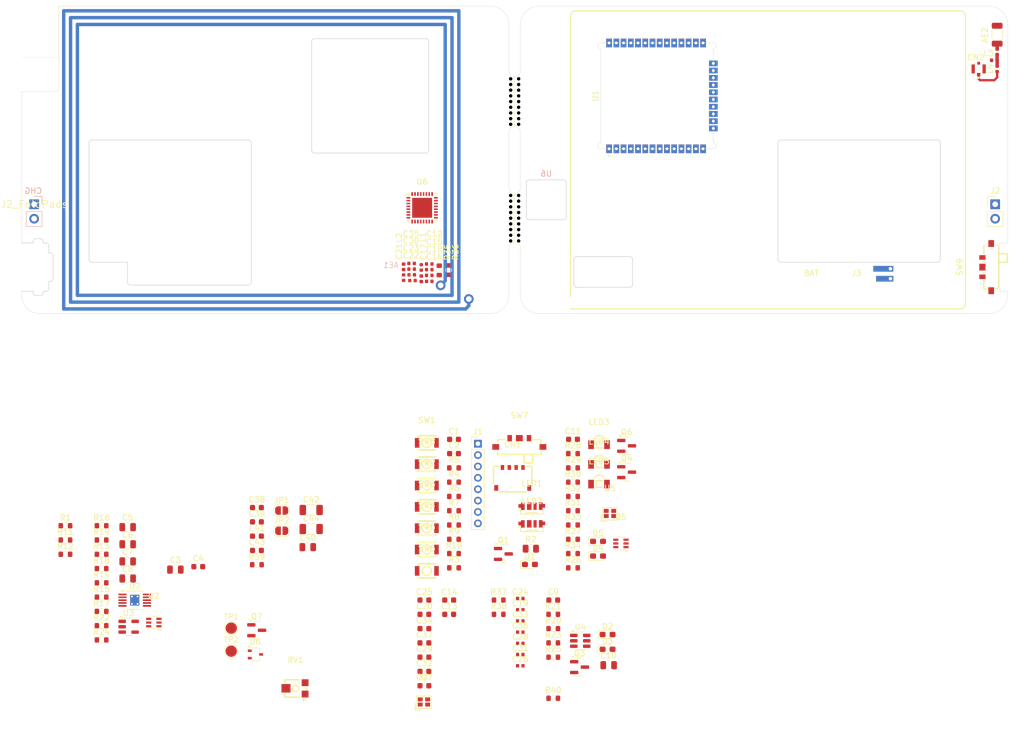
<source format=kicad_pcb>
(kicad_pcb (version 20241229) (generator "pcbnew") (generator_version "9.0")
  (layers (0 "F.Cu" signal) (2 "B.Cu" signal) (13 "F.Paste" user) (15 "B.Paste" user) (5 "F.SilkS" user "F.Silkscreen") (7 "B.SilkS" user "B.Silkscreen") (1 "F.Mask" user) (3 "B.Mask" user) (25 "Edge.Cuts" user))
  (net 0 "")
  (net 1 "/EN")
  (net 2 "VBUS")
  (net 3 "GND")
  (net 4 "VBAT")
  (net 5 "+3V3")
  (net 6 "/OLED_SD1315/C1P")
  (net 7 "/OLED_SD1315/C1N")
  (net 8 "/OLED_SD1315/C2P")
  (net 9 "/OLED_SD1315/C2N")
  (net 10 "/OLED_SD1315/VCOMH")
  (net 11 "/OLED_SD1315/VCC")
  (net 12 "Net-(AE2-FEED)")
  (net 13 "/OLED_SD1315/CS#")
  (net 14 "Net-(D4-K)")
  (net 15 "/NFC_RFID/ANT2")
  (net 16 "/NFC_RFID/ANT1")
  (net 17 "/OLED_SD1315/DC#")
  (net 18 "/Power Management/PG*")
  (net 19 "/Power Management/CHG*")
  (net 21 "Net-(LED1-GND)")
  (net 22 "Net-(D2-K)")
  (net 23 "Net-(D3-K)")
  (net 24 "/DIM_LEDS")
  (net 25 "Net-(D1-A)")
  (net 26 "Net-(U4-VIN+)")
  (net 27 "Net-(U2-ISET)")
  (net 28 "Net-(U2-PRETERM)")
  (net 29 "Net-(D2-A)")
  (net 30 "Net-(C16-Pad2)")
  (net 31 "/Power Management/ISET2")
  (net 32 "Net-(D3-A)")
  (net 33 "DIM")
  (net 34 "Net-(U3-EN)")
  (net 35 "Net-(U6-VDD_D)")
  (net 38 "Net-(C21-Pad1)")
  (net 41 "Net-(U6-VDD_A)")
  (net 42 "/RXD")
  (net 43 "Net-(U6-AGDC)")
  (net 44 "Net-(U6-VDD_AM)")
  (net 45 "Net-(U6-VDD_DR)")
  (net 46 "Net-(C45-Pad2)")
  (net 49 "Net-(C45-Pad1)")
  (net 51 "Net-(D5-K)")
  (net 52 "Net-(D5-A)")
  (net 53 "Net-(D4-A)")
  (net 55 "Net-(U1-IO0)")
  (net 56 "Net-(D6-K)")
  (net 57 "/TXD")
  (net 58 "VCC")
  (net 59 "/BRK_IO1")
  (net 60 "/BRK_IO4")
  (net 62 "/BRK_IO2")
  (net 63 "/BRK_IO3")
  (net 64 "/BRK_IO5")
  (net 65 "/BRK_IO6")
  (net 67 "/IR/LED_IN*")
  (net 68 "Net-(U2-TS)")
  (net 70 "Net-(U3-NR)")
  (net 71 "Net-(LED1-DIN)")
  (net 72 "/NFC_RFID/EXT_LM")
  (net 74 "Net-(LED1-DOUT)")
  (net 75 "/OLED_SD1315/IREF")
  (net 77 "Net-(LED4-C)")
  (net 78 "Net-(LED5-C)")
  (net 79 "Net-(Q2-G1)")
  (net 80 "/NFC_RFID/RFI2")
  (net 81 "/NFC_RFID/XTI")
  (net 82 "Net-(Q2-G2)")
  (net 83 "Net-(Q3-G)")
  (net 84 "Net-(Q3-S)")
  (net 85 "/NFC_RFID/RFO1")
  (net 86 "Net-(LED3-C)")
  (net 87 "Net-(Q7-D)")
  (net 88 "Net-(SW7-C)")
  (net 90 "/NFC_RFID/AAT_B")
  (net 91 "Net-(SW9-B)")
  (net 92 "+3.3V")
  (net 93 "/NFC_RFID/XTO")
  (net 94 "/NFC_RFID/RFO2")
  (net 95 "/NFC_RFID/RFI1")
  (net 96 "/NFC_RFID/AAT_A")
  (net 98 "Net-(R40-Pad1)")
  (net 99 "Net-(U6-CSO)")
  (net 100 "/IR_IN")
  (net 101 "Net-(Q4-G)")
  (net 102 "Net-(U6-CSI)")
  (net 103 "Net-(Q5-G2)")
  (net 104 "/IR/LED_OUT*")
  (net 105 "Net-(Q5-G1)")
  (net 107 "/BMES")
  (net 108 "/IR_OUT")
  (net 109 "/SCL")
  (net 110 "/SDA")
  (net 112 "/BTN_SEL")
  (net 113 "/BTN_ESC")
  (net 114 "/BTN_UP")
  (net 115 "/BTN_DWN")
  (net 116 "/BTN_TRG")
  (net 117 "/RGBLED_IN")
  (net 118 "/OLED_RST")
  (net 119 "/NFC_IRQ")
  (footprint "Resistor_SMD:R_0603_1608Metric" (layer "F.Cu") (at 61.1 144.3)
    (property "Reference" "R1")
    (property "Value" "10k")
  )
  (footprint "LCSC:LED-SMD_L3.2-W2.1-FD_E6QYDD1204-PRA" (layer "F.Cu") (at 154.8225 130.061644)
    (property "Reference" "LED3")
    (property "Value" "E6QYDD1204-PRA")
  )
  (footprint "Resistor_SMD:R_0603_1608Metric" (layer "F.Cu") (at 129.3475 141.665)
    (property "Reference" "R7")
    (property "Value" "10k")
  )
  (footprint "Capacitor_SMD:C_0603_1608Metric" (layer "F.Cu") (at 124.1475 162.385)
    (property "Reference" "C34")
    (property "Value" "2.2uF")
  )
  (footprint "Package_TO_SOT_SMD:SOT-23-5" (layer "F.Cu") (at 72.2 162.055)
    (property "Reference" "U3")
    (property "Value" "TPS73633DBV")
  )
  (footprint "Capacitor_SMD:C_0402_1005Metric" (layer "F.Cu") (at 120.5 100.7 -90)
    (property "Reference" "C21")
    (property "Value" "TBD")
  )
  (footprint "Resistor_SMD:R_0603_1608Metric" (layer "F.Cu") (at 150.2475 141.665)
    (property "Reference" "R31")
    (property "Value" "4k")
  )
  (footprint "Capacitor_SMD:C_0603_1608Metric" (layer "F.Cu") (at 94.7325 148.645)
    (property "Reference" "C43")
    (property "Value" "0.1uF 16V X7R")
  )
  (footprint "Resistor_SMD:R_0603_1608Metric" (layer "F.Cu") (at 137.1975 159.875)
    (property "Reference" "R38")
    (property "Value" "47k")
  )
  (footprint "Resistor_SMD:R_0805_2012Metric" (layer "F.Cu") (at 142.8375 148.335)
    (property "Reference" "R2")
    (property "Value" "500R")
  )
  (footprint "Resistor_SMD:R_0603_1608Metric" (layer "F.Cu") (at 146.7775 162.385)
    (property "Reference" "R20")
    (property "Value" "1k")
  )
  (footprint "TestPoint:TestPoint_Pad_D2.0mm" (layer "F.Cu") (at 90.2225 162.3)
    (property "Reference" "TP1")
    (property "Value" "CSO")
  )
  (footprint "Capacitor_SMD:C_1206_3216Metric" (layer "F.Cu") (at 104.2625 144.885)
    (property "Reference" "C44")
    (property "Value" "4.7uF 16V X7R")
  )
  (footprint "LCSC:IPEX-SMD_4P-L1.8-W1.7-LS2.0-1" (layer "F.Cu") (at 221.5 64)
    (property "Reference" "CN2")
    (property "Value" "CONMHF4-SMD-G-T")
  )
  (footprint "Package_TO_SOT_SMD:SOT-23-6" (layer "F.Cu") (at 151.5275 164.53)
    (property "Reference" "U4")
    (property "Value" "ADS1110")
  )
  (footprint "Capacitor_SMD:C_0805_2012Metric" (layer "F.Cu") (at 156.5075 168.815)
    (property "Reference" "C10")
    (property "Value" "1uF")
  )
  (footprint "Capacitor_SMD:C_0603_1608Metric" (layer "F.Cu") (at 129.3475 131.625)
    (property "Reference" "C2")
    (property "Value" "2.2uF")
  )
  (footprint "Jumper:SolderJumper-2_P1.3mm_Open_RoundedPad1.0x1.5mm" (layer "F.Cu") (at 99.0825 141.635)
    (property "Reference" "JP1")
    (property "Value" "SA_0x7A")
  )
  (footprint "Capacitor_SMD:C_0805_2012Metric" (layer "F.Cu") (at 72.03 150.57)
    (property "Reference" "C7")
    (property "Value" "1uF")
  )
  (footprint "Capacitor_SMD:C_0402_1005Metric" (layer "F.Cu") (at 121.92 100.2)
    (property "Reference" "C23")
    (property "Value" "TBD")
  )
  (footprint "Capacitor_SMD:C_0603_1608Metric" (layer "F.Cu") (at 124.1475 157.365)
    (property "Reference" "C25")
    (property "Value" "2.2uF")
  )
  (footprint "Capacitor_SMD:C_0402_1005Metric" (layer "F.Cu") (at 125 99.3)
    (property "Reference" "C15")
    (property "Value" "TBD")
  )
  (footprint "Capacitor_SMD:C_0603_1608Metric" (layer "F.Cu") (at 129.3475 129.115)
    (property "Reference" "C1")
    (property "Value" "2.2uF")
  )
  (footprint "Capacitor_SMD:C_0603_1608Metric" (layer "F.Cu") (at 124.1475 172.425)
    (property "Reference" "C27")
    (property "Value" "2.2uF")
  )
  (footprint "Inductor_SMD:L_1206_3216Metric" (layer "F.Cu") (at 224.75 58 90)
    (property "Reference" "AE2")
    (property "Value" "2450AT18A100E")
  )
  (footprint "Resistor_SMD:R_0603_1608Metric" (layer "F.Cu") (at 129.3475 136.645)
    (property "Reference" "R4")
    (property "Value" "10k")
  )
  (footprint "Resistor_SMD:R_0603_1608Metric" (layer "F.Cu") (at 67.45 151.83)
    (property "Reference" "R18")
    (property "Value" "2k")
  )
  (footprint "Capacitor_SMD:C_0603_1608Metric" (layer "F.Cu") (at 128.4975 159.875)
    (property "Reference" "C13")
    (property "Value" "6pF")
  )
  (footprint "LCSC:CRYSTAL-SMD_4P-L2.0-W1.6-BL-B" (layer "F.Cu") (at 124.0675 175.275)
    (property "Reference" "X1")
    (property "Value" "XRCGB27M120F3M00R0")
  )
  (footprint "LCSC:KEY-SMD_B3U-1000PM" (layer "F.Cu") (at 124.5725 137.235)
    (property "Reference" "SW2")
    (property "Value" "SEL")
  )
  (footprint "Capacitor_SMD:C_0603_1608Metric" (layer "F.Cu") (at 124.1475 169.915)
    (property "Reference" "C32")
    (property "Value" "2.2uF")
  )
  (footprint "Capacitor_SMD:C_0603_1608Metric" (layer "F.Cu") (at 94.7325 146.135)
    (property "Reference" "C41")
    (property "Value" "0.1uF")
  )
  (footprint "LCSC:SW-SMD_SSAL120100" (layer "F.Cu") (at 222.93 98.85 90)
    (property "Reference" "SW9")
    (property "Value" "POW")
    (fp_line (start -3.75 2.13) (end 3.75 2.13) (stroke (width 0.05)) (layer "Edge.Cuts"))
    (fp_line (start 4.25 2.63) (end 4.25 3.63) (stroke (width 0.05)) (layer "Edge.Cuts"))
    (fp_line (start -4.25 2.63) (end -4.25 3.63) (stroke (width 0.05)) (layer "Edge.Cuts"))
    (fp_arc (start 3.75 2.13) (mid 4.103553 2.276447) (end 4.25 2.63) (stroke (width 0.05)) (layer "Edge.Cuts"))
    (fp_arc (start -4.25 2.63) (mid -4.103553 2.276447) (end -3.75 2.13) (stroke (width 0.05)) (layer "Edge.Cuts"))
  )
  (footprint "Capacitor_SMD:C_0603_1608Metric" (layer "F.Cu") (at 124.1475 164.895)
    (property "Reference" "C37")
    (property "Value" "2.2uF")
  )
  (footprint "LCSC:KEY-SMD_B3U-1000PM" (layer "F.Cu") (at 124.5725 129.735)
    (property "Reference" "SW1")
    (property "Value" "BOOT")
  )
  (footprint "Capacitor_SMD:C_0402_1005Metric" (layer "F.Cu") (at 125 98.3 180)
    (property "Reference" "C12")
    (property "Value" "TBD")
  )
  (footprint "Capacitor_SMD:C_0603_1608Metric" (layer "F.Cu") (at 94.7325 143.625)
    (property "Reference" "C39")
    (property "Value" "1uF 16V X7R")
  )
  (footprint "Inductor_SMD:L_0402_1005Metric" (layer "F.Cu") (at 120.5 98.8 -90)
    (property "Reference" "L2")
    (property "Value" "TBD")
  )
  (footprint "Capacitor_SMD:C_0402_1005Metric" (layer "F.Cu") (at 140.9875 164.975)
    (property "Reference" "C28")
    (property "Value" "1nF")
  )
  (footprint "Capacitor_SMD:C_0805_2012Metric" (layer "F.Cu") (at 72.03 144.55)
    (property "Reference" "C5")
    (property "Value" "1uF")
  )
  (footprint "Resistor_SMD:R_0603_1608Metric" (layer "F.Cu") (at 67.45 159.36)
    (property "Reference" "R17")
    (property "Value" "10k")
  )
  (footprint "Resistor_SMD:R_0603_1608Metric" (layer "F.Cu") (at 67.45 164.38)
    (property "Reference" "R24")
    (property "Value" "10k")
  )
  (footprint "Diode_SMD:D_0603_1608Metric_Pad1.05x0.95mm_HandSolder" (layer "F.Cu") (at 156.3225 163.425)
    (property "Reference" "D2")
    (property "Value" "CHG")
  )
  (footprint "Resistor_SMD:R_0603_1608Metric" (layer "F.Cu") (at 67.45 149.32)
    (property "Reference" "R13")
    (property "Value" "4k")
  )
  (footprint "Diode_SMD:D_0603_1608Metric_Pad1.05x0.95mm_HandSolder" (layer "F.Cu") (at 154.6425 149.635)
    (property "Reference" "D4")
    (property "Value" "IR-I")
  )
  (footprint "Capacitor_SMD:C_0805_2012Metric" (layer "F.Cu") (at 80.4075 152.015)
    (property "Reference" "C3")
    (property "Value" "1uF")
  )
  (footprint "Capacitor_SMD:C_0402_1005Metric" (layer "F.Cu") (at 140.9875 161.035)
    (property "Reference" "C33")
    (property "Value" "1nF")
  )
  (footprint "Resistor_SMD:R_0603_1608Metric" (layer "F.Cu") (at 150.2475 144.175)
    (property "Reference" "R33")
    (property "Value" "10k")
  )
  (footprint "LCSC:LED-SMD_4P-L4.0-W1.6-L" (layer "F.Cu") (at 143.0125 143.975)
    (property "Reference" "LED2")
    (property "Value" "SK6812SIDE-A-RVS")
  )
  (footprint "MouseBites:Bites_2mm_2x9_0.6" (layer "F.Cu") (at 140 90.25)
    (property "Reference" "REF**" (hide yes))
    (property "Value" "Bites_2mm_2x9_0.6")
    (fp_arc (start -1 5.3) (mid 0 4.3) (end 1 5.3) (stroke (width 0.05)) (layer "Edge.Cuts"))
    (fp_arc (start 1 -5.3) (mid 0 -4.3) (end -1 -5.3) (stroke (width 0.05)) (layer "Edge.Cuts"))
  )
  (footprint "Diode_SMD:D_0603_1608Metric_Pad1.05x0.95mm_HandSolder" (layer "F.Cu") (at 156.3225 166.015)
    (property "Reference" "D3")
    (property "Value" "POW")
  )
  (footprint "Resistor_SMD:R_0603_1608Metric" (layer "F.Cu") (at 67.45 154.34)
    (property "Reference" "R14")
    (property "Value" "4k")
  )
  (footprint "Capacitor_SMD:C_0603_1608Metric" (layer "F.Cu") (at 124.1475 167.405)
    (property "Reference" "C29")
    (property "Value" "2.2uF")
  )
  (footprint "Resistor_SMD:R_0603_1608Metric" (layer "F.Cu") (at 126.75 99.425 90)
    (property "Reference" "R35")
    (property "Value" "TBD")
  )
  (footprint "Capacitor_SMD:C_0402_1005Metric" (layer "F.Cu") (at 121.9 98.2 180)
    (property "Reference" "C35")
    (property "Value" "TBD")
  )
  (footprint "Resistor_SMD:R_0603_1608Metric" (layer "F.Cu") (at 150.2475 131.625)
    (property "Reference" "R28")
    (property "Value" "160R")
  )
  (footprint "Resistor_SMD:R_0603_1608Metric" (layer "F.Cu") (at 129.3475 144.175)
    (property "Reference" "R8")
    (property "Value" "10k")
  )
  (footprint "LCSC:KEY-SMD_B3U-1000PM" (layer "F.Cu") (at 124.5725 148.485)
    (property "Reference" "SW5")
    (property "Value" "DWN")
  )
  (footprint "Resistor_SMD:R_0603_1608Metric" (layer "F.Cu") (at 146.7775 164.895)
    (property "Reference" "R23")
    (property "Value" "10k")
  )
  (footprint "Resistor_SMD:R_0603_1608Metric" (layer "F.Cu") (at 129.3475 149.195)
    (property "Reference" "R10")
    (property "Value" "10k")
  )
  (footprint "Resistor_SMD:R_0603_1608Metric" (layer "F.Cu") (at 150.2475 146.685)
    (property "Reference" "R27")
    (property "Value" "4k")
  )
  (footprint "Capacitor_SMD:C_1206_3216Metric" (layer "F.Cu") (at 104.2625 141.535)
    (property "Reference" "C42")
    (property "Value" "4.7uF")
  )
  (footprint "LCSC:KEY-SMD_B3U-1000PM" (layer "F.Cu") (at 124.5725 144.735)
    (property "Reference" "SW4")
    (property "Value" "UP")
  )
  (footprint "Connector_PinHeader_2.54mm:PinHeader_1x02_P2.54mm_Vertical" (layer "F.Cu") (at 224.4 87.8)
    (property "Reference" "J2")
    (property "Value" "CHG")
  )
  (footprint "Capacitor_SMD:C_0402_1005Metric" (layer "F.Cu") (at 122.0575 101.21 180)
    (property "Reference" "C22")
    (property "Value" "TBD")
  )
  (footprint "LCSC:LED-SMD_4P-L4.0-W1.6-L" (layer "F.Cu") (at 143.0125 140.88)
    (property "Reference" "LED1")
    (property "Value" "SK6812SIDE-A-RVS")
  )
  (footprint "LCSC:SOT-363_L2.0-W1.3-P0.65-LS2.1-BR" (layer "F.Cu") (at 76.625 161.32)
    (property "Reference" "Q2")
    (property "Value" "BSS138PS,115")
  )
  (footprint "Resistor_SMD:R_0603_1608Metric" (layer "F.Cu") (at 150.2475 151.705)
    (property "Reference" "R26")
    (property "Value" "10k")
  )
  (footprint "Resistor_SMD:R_0603_1608Metric" (layer "F.Cu") (at 67.45 144.3)
    (property "Reference" "R16")
    (property "Value" "4k")
  )
  (footprint "Package_TO_SOT_SMD:SOT-323_SC-70" (layer "F.Cu") (at 94.4725 166.925)
    (property "Reference" "D6")
    (property "Value" "BAV70W")
  )
  (footprint "Resistor_SMD:R_0603_1608Metric" (layer "F.Cu") (at 61.1 149.32)
    (property "Reference" "R12")
    (property "Value" "47k")
  )
  (footprint "Package_SO:HVSSOP-10-1EP_3x3mm_P0.5mm_EP1.57x1.88mm_ThermalVias" (layer "F.Cu") (at 73.27 157.385)
    (property "Reference" "U2")
    (property "Value" "BQ24090DGQ")
  )
  (footprint "Foldable:VFQFPN-32_L5.0-W5.0-P0.50-TL-EP3.5_Foldable" (layer "F.Cu") (at 123.75 88.42)
    (property "Reference" "U6")
    (property "Value" "ST25R3916-AQWT")
  )
  (footprint "LCSC:KEY-SMD_B3U-1000PM" (layer "F.Cu") (at 124.5725 133.485)
    (property "Reference" "SW8")
    (property "Value" "RST")
  )
  (footprint "Package_TO_SOT_SMD:SOT-23" (layer "F.Cu") (at 151.3975 169.15)
    (property "Reference" "Q3")
    (property "Value" "2N7002")
  )
  (footprint "Diode_SMD:D_0603_1608Metric_Pad1.05x0.95mm_HandSolder" (layer "F.Cu") (at 154.6425 147.045)
    (property "Reference" "D5")
    (property "Value" "IR-O")
  )
  (footprint "Resistor_SMD:R_0603_1608Metric" (layer "F.Cu") (at 67.45 146.81)
    (property "Reference" "R19")
    (property "Value" "2k")
  )
  (footprint "LCSC:RES-ADJ-SMD_3P-L3.8-W3.7_VGF39NCHXT" (layer "F.Cu") (at 101.5175 172.89)
    (property "Reference" "RV1")
    (property "Value" "VGF39NCHXT-B504")
  )
  (footprint "Capacitor_SMD:C_0402_1005Metric" (layer "F.Cu") (at 125 100.3)
    (property "Reference" "C18")
    (property "Value" "TBD")
  )
  (footprint "Jumper:SolderJumper-2_P1.3mm_Open_RoundedPad1.0x1.5mm" (layer "F.Cu") (at 99.0825 145.185)
    (property "Reference" "JP2")
    (property "Value" "SA_0x78")
  )
  (footprint "Capacitor_SMD:C_0603_1608Metric" (layer "F.Cu") (at 124.1475 159.875)
    (property "Reference" "C20")
    (property "Value" "2.2uF")
  )
  (footprint "TestPoint:TestPoint_Pad_D2.0mm" (layer "F.Cu") (at 90.2225 166.35)
    (property "Reference" "TP2")
    (property "Value" "CS1")
  )
  (footprint "Resistor_SMD:R_0603_1608Metric" (layer "F.Cu") (at 61.1 146.81)
    (property "Reference" "R11")
    (property "Value" "10k")
  )
  (footprint "Capacitor_SMD:C_0402_1005Metric" (layer "F.Cu") (at 140.9875 166.945)
    (property "Reference" "C31")
    (property "Value" "1nF")
  )
  (footprint "LCSC:KEY-SMD_B3U-1000PM" (layer "F.Cu") (at 124.5725 140.985)
    (property "Reference" "SW3")
    (property "Value" "ESC")
  )
  (footprint "Capacitor_SMD:C_0402_1005Metric" (layer "F.Cu") (at 140.9875 163.005)
    (property "Reference" "C36")
    (property "Value" "1nF")
  )
  (footprint "Capacitor_SMD:C_0402_1005Metric" (layer "F.Cu") (at 140.9875 157.095)
    (property "Reference" "C24")
    (property "Value" "1nF")
  )
  (footprint "Capacitor_SMD:C_0603_1608Metric" (layer "F.Cu") (at 84.4275 151.495)
    (property "Reference" "C4")
    (property "Value" "0.1uF")
  )
  (footprint "Capacitor_SMD:C_0805_2012Metric" (layer "F.Cu") (at 72.03 147.56)
    (property "Reference" "C6")
    (property "Value" "1uF")
  )
  (footprint "Resistor_SMD:R_0603_1608Metric" (layer "F.Cu") (at 137.1975 157.365)
    (property "Reference" "R37")
    (property "Value" "100R")
  )
  (footprint "LCSC:LED-SMD_L3.2-W2.1-FD_E6QYDD1204-PRA" (layer "F.Cu") (at 154.8225 133.523288)
    (property "Reference" "LED4")
    (property "Value" "E6QYDD1204-PRA")
  )
  (footprint "Resistor_SMD:R_0603_1608Metric" (layer "F.Cu") (at 146.7775 159.875)
    (property "Reference" "R21")
    (property "Value" "10k")
  )
  (footprint "MouseBites:Bites_2mm_2x9_0.6" (layer "F.Cu") (at 140 69.75)
    (property "Reference" "REF**" (hide yes))
    (property "Value" "Bites_2mm_2x9_0.6")
    (fp_arc (start -1 5.3) (mid 0 4.3) (end 1 5.3) (stroke (width 0.05)) (layer "Edge.Cuts"))
    (fp_arc (start 1 -5.3) (mid 0 -4.3) (end -1 -5.3) (stroke (width 0.05)) (layer "Edge.Cuts"))
  )
  (footprint "Inductor_SMD:L_0402_1005Metric" (layer "F.Cu") (at 224.25 62.5 180)
    (property "Reference" "L4")
    (property "Value" "TBD")
  )
  (footprint "LCSC:SOT-363_L2.0-W1.3-P0.65-LS2.1-BR" (layer "F.Cu") (at 158.6625 147.415)
    (property "Reference" "Q5")
    (property "Value" "BSS138PS,115")
  )
  (footprint "LCSC:CRYSTAL-SMD_4P-L2.0-W1.6-BL-B" (layer "F.Cu") (at 156.7375 142.15)
    (property "Reference" "U5")
    (property "Value" "DYWH-IRM-H238T/2T")
  )
  (footprint "Resistor_SMD:R_0603_1608Metric" (layer "F.Cu") (at 94.7325 151.155)
    (property "Reference" "R39")
    (property "Value" "10k")
  )
  (footprint "Capacitor_SMD:C_0603_1608Metric" (layer "F.Cu") (at 94.7325 141.115)
    (property "Reference" "C38")
    (property "Value" "1uF 16V X7R")
  )
  (footprint "Capacitor_SMD:C_0805_2012Metric" (layer "F.Cu") (at 103.6625 148.065)
    (property "Reference" "C40")
    (property "Value" "2.2uF 16V X7R")
  )
  (footprint "Resistor_SMD:R_0603_1608Metric" (layer "F.Cu") (at 67.45 161.87)
    (property "Reference" "R22")
    (property "Value" "10k")
  )
  (footprint "Diode_SMD:D_0603_1608Metric_Pad1.05x0.95mm_HandSolder" (layer "F.Cu") (at 142.6825 151.105)
    (property "Reference" "D1")
    (property "Value" "DIM")
  )
  (footprint "LCSC:SW-SMD_SSAL120100" (layer "F.Cu") (at 140.8225 129.68)
    (property "Reference" "SW7")
    (property "Value" "DIM")
  )
  (footprint "Capacitor_SMD:C_0402_1005Metric" (layer "F.Cu") (at 224.75 64 -90)
    (property "Reference" "C45" (hide yes))
    (property "Value" "TBD")
  )
  (footprint "Resistor_SMD:R_0603_1608Metric" (layer "F.Cu") (at 67.45 156.85)
    (property "Reference" "R15")
    (property "Value" "10k")
  )
  (footprint "Package_TO_SOT_SMD:SOT-23" (layer "F.Cu") (at 94.6925 162.675)
    (property "Reference" "Q7")
    (property "Value" "2N7002")
  )
  (footprint "Foldable:ESP32-WROOM-32UE" (layer "F.Cu") (at 165 68.75 90)
    (property "Reference" "U1")
    (property "Value" "ESP32-WROOM-32UE")
    (fp_line (start 9.3 -9.9) (end 9.3 9.9) (stroke (width 0.05)) (layer "Edge.Cuts"))
    (fp_line (start -8.3 -9.9) (end 8.3 -9.9) (stroke (width 0.05)) (layer "Edge.Cuts"))
    (fp_line (start -9.3 -9.9) (end -9.3 9.9) (stroke (width 0.05)) (layer "Edge.Cuts"))
    (fp_line (start 8.3 9.9) (end -8.3 9.9) (stroke (width 0.05)) (layer "Edge.Cuts"))
    (fp_arc (start 8.3 -9.9) (mid 8.8 -10.4) (end 9.3 -9.9) (stroke (width 0.05)) (layer "Edge.Cuts"))
    (fp_arc (start -9.3 -9.9) (mid -8.8 -10.4) (end -8.3 -9.9) (stroke (width 0.05)) (layer "Edge.Cuts"))
    (fp_arc (start 9.3 9.9) (mid 8.8 10.4) (end 8.3 9.9) (stroke (width 0.05)) (layer "Edge.Cuts"))
    (fp_arc (start -8.3 9.9) (mid -8.8 10.4) (end -9.3 9.9) (stroke (width 0.05)) (layer "Edge.Cuts"))
  )
  (footprint "Resistor_SMD:R_0603_1608Metric" (layer "F.Cu") (at 146.7775 174.625)
    (property "Reference" "R40")
    (property "Value" "360k")
  )
  (footprint "Resistor_SMD:R_0603_1608Metric" (layer "F.Cu") (at 150.2475 134.135)
    (property "Reference" "R29")
    (property "Value" "160R")
  )
  (footprint "Resistor_SMD:R_0603_1608Metric" (layer "F.Cu") (at 150.2475 149.195)
    (property "Reference" "R34")
    (property "Value" "10k")
  )
  (footprint "Resistor_SMD:R_0603_1608Metric" (layer "F.Cu") (at 129.3475 146.685)
    (property "Reference" "R9")
    (property "Value" "10k")
  )
  (footprint "Resistor_SMD:R_0603_1608Metric" (layer "F.Cu") (at 150.2475 139.155)
    (property "Reference" "R32")
    (property "Value" "10k")
  )
  (footprint "LCSC:LED-SMD_L3.2-W2.1-FD_E6QYDD1204-PRA" (layer "F.Cu") (at 154.8225 136.984932)
    (property "Reference" "LED5")
    (property "Value" "E6QYDD1204-PRA")
  )
  (footprint "Capacitor_SMD:C_0805_2012Metric" (layer "F.Cu") (at 72.03 153.58)
    (property "Reference" "C8")
    (property "Value" "10uF")
  )
  (footprint "Resistor_SMD:R_0603_1608Metric" (layer "F.Cu") (at 129.3475 134.135)
    (property "Reference" "R5")
    (property "Value" "10k")
  )
  (footprint "Capacitor_SMD:C_0402_1005Metric" (layer "F.Cu") (at 125 101.35 180)
    (property "Reference" "C16")
    (property "Value" "TBD")
  )
  (footprint "Connector_PinHeader_2.00mm:PinHeader_1x08_P2.00mm_Vertical" (layer "F.Cu") (at 133.5475 129.885)
    (property "Reference" "J1")
    (property "Value" "Conn_01x08")
  )
  (footprint "Resistor_SMD:R_0603_1608Metric" (layer "F.Cu") (at 150.2475 136.645)
    (property "Reference" "R30")
    (property "Value" "160R")
  )
  (footprint "LCSC:KEY-SMD_B3U-1000PM" (layer "F.Cu") (at 124.5725 152.235)
    (property "Reference" "SW6")
    (property "Value" "TRG")
  )
  (footprint "Capacitor_SMD:C_0402_1005Metric" (layer "F.Cu") (at 140.9875 159.065)
    (property "Reference" "C19")
    (property "Value" "1nF")
  )
  (footprint "Package_TO_SOT_SMD:SOT-23" (layer "F.Cu") (at 138.0175 149.26)
    (property "Reference" "Q1")
    (property "Value" "2N7002")
  )
  (footprint "Capacitor_SMD:C_0603_1608Metric" (layer "F.Cu") (at 150.2475 129.115)
    (property "Reference" "C11")
    (property "Value" "2.2uF")
  )
  (footprint "Inductor_SMD:L_0402_1005Metric" (layer "F.Cu") (at 123.6 100.9 -90)
    (property "Reference" "L1")
    (property "Value" "TBD")
  )
  (footprint "Foldable:LiPo_302025" (layer "F.Cu") (at 187 87.25 180)
    (property "Reference" "J3")
    (property "Value" "BAT")
    (fp_line (start 0.75 -10.25) (end 0.75 10.25) (stroke (width 0.1)) (layer "Edge.Cuts"))
    (fp_line (start 0.25 10.75) (end -27.25 10.75) (stroke (width 0.1)) (layer "Edge.Cuts"))
    (fp_line (start -27.25 -10.75) (end 0.25 -10.75) (stroke (width 0.1)) (layer "Edge.Cuts"))
    (fp_line (start -27.75 10.25) (end -27.75 -10.25) (stroke (width 0.1)) (layer "Edge.Cuts"))
    (fp_arc (start 0.75 10.25) (mid 0.603553 10.603553) (end 0.25 10.75) (stroke (width 0.1)) (layer "Edge.Cuts"))
    (fp_arc (start 0.25 -10.75) (mid 0.603553 -10.603553) (end 0.75 -10.25) (stroke (width 0.1)) (layer "Edge.Cuts"))
    (fp_arc (start -27.25 10.75) (mid -27.603553 10.603553) (end -27.75 10.25) (stroke (width 0.1)) (layer "Edge.Cuts"))
    (fp_arc (start -27.75 -10.25) (mid -27.603553 -10.603553) (end -27.25 -10.75) (stroke (width 0.1)) (layer "Edge.Cuts"))
  )
  (footprint "Capacitor_SMD:C_0603_1608Metric" (layer "F.Cu") (at 146.7775 157.365)
    (property "Reference" "C9")
    (property "Value" "10nF")
  )
  (footprint "Capacitor_SMD:C_0402_1005Metric" (layer "F.Cu") (at 140.9875 168.915)
    (property "Reference" "C26")
    (property "Value" "1nF")
  )
  (footprint "Inductor_SMD:L_0402_1005Metric" (layer "F.Cu") (at 224.75 61 90)
    (property "Reference" "L3")
    (property "Value" "TBD")
  )
  (footprint "Package_TO_SOT_SMD:SOT-23" (layer "F.Cu") (at 159.6675 134.885)
    (property "Reference" "Q4")
    (property "Value" "2N7002")
  )
  (footprint "Capacitor_SMD:C_0402_1005Metric" (layer "F.Cu") (at 123.6 98.9 -90)
    (property "Reference" "C17")
    (property "Value" "TBD")
  )
  (footprint "Resistor_SMD:R_0603_1608Metric" (layer "F.Cu") (at 129.3475 151.705)
    (property "Reference" "R3")
    (property "Value" "47k")
  )
  (footprint "Capacitor_SMD:C_0402_1005Metric" (layer "F.Cu") (at 121.9 99.2)
    (property "Reference" "C30")
    (property "Value" "TBD")
  )
  (footprint "Resistor_SMD:R_0603_1608Metric" (layer "F.Cu") (at 129.3475 139.155)
    (property "Reference" "R6")
    (property "Value" "10k")
  )
  (footprint "Package_TO_SOT_SMD:SOT-23" (layer "F.Cu") (at 159.6675 130.26)
    (property "Reference" "Q6")
    (property "Value" "2N7002")
  )
  (footprint "LCSC:CONN-SMD_4P-P1.20_HCTL_HC-1.2-4PWT" (layer "F.Cu") (at 139.6625 135.86)
    (property "Reference" "CN1")
    (property "Value" "HC-1.2-4PWT")
  )
  (footprint "Resistor_SMD:R_0603_1608Metric" (layer "F.Cu") (at 128.4 99.375 -90)
    (property "Reference" "R36")
    (property "Value" "TBD")
  )
  (footprint "Resistor_SMD:R_0603_1608Metric" (layer "F.Cu") (at 146.7775 167.405)
    (property "Reference" "R25")
    (property "Value" "33k")
  )
  (footprint "Capacitor_SMD:C_0603_1608Metric" (layer "F.Cu") (at 128.4975 157.365)
    (property "Reference" "C14")
    (property "Value" "6pF")
  )
  (footprint "PCBAntenna:NFC_14MHz" (layer "B.Cu") (at 95.5 80 180)
    (property "Reference" "AE1")
    (property "Value" "ATN_RFID")
  )
  (footprint "" (layer "F.SilkS") (at 55.6 87.8)
    (property "Reference" "J2_FoldPads")
    (property "Value" "")
  )
  (gr_arc (start 218.2 53.8) (mid 218.907107 54.092893) (end 219.2 54.8) (stroke (width 0.2)) (layer "F.SilkS"))
  (gr_line (start 149.8 106.2) (end 218.2 106.2) (stroke (width 0.2)) (layer "F.SilkS"))
  (gr_arc (start 149.8 54.8) (mid 150.092893 54.092893) (end 150.8 53.8) (stroke (width 0.2)) (layer "F.SilkS"))
  (gr_arc (start 219.2 105.2) (mid 218.907107 105.907107) (end 218.2 106.2) (stroke (width 0.2)) (layer "F.SilkS"))
  (gr_line (start 149.8 54.8) (end 149.8 104) (stroke (width 0.2)) (layer "F.SilkS"))
  (gr_line (start 59.9 53.025) (end 59.9 62) (stroke (width 0.05)) (layer "F.SilkS"))
  (gr_line (start 59.9 62) (end 53.4 62) (stroke (width 0.05)) (layer "F.SilkS"))
  (gr_line (start 218.2 53.8) (end 150.8 53.8) (stroke (width 0.2)) (layer "F.SilkS"))
  (gr_line (start 219.2 105.2) (end 219.2 54.8) (stroke (width 0.2)) (layer "F.SilkS"))
  (gr_line (start 140 86) (end 140 94.5) (stroke (width 0.1) (type dash_dot)) (layer "F.SilkS"))
  (gr_line (start 140 65.5) (end 140 74) (stroke (width 0.1) (type dash_dot)) (layer "F.SilkS"))
  (gr_line (start 56.98 86.42) (end 55.6 86.42) (stroke (width 0.12)) (layer "B.SilkS"))
  (gr_rect (start 56.98 89.07) (end 54.22 91.72) (stroke (width 0.1)) (fill no) (layer "B.SilkS"))
  (gr_line (start 56.98 87.8) (end 56.98 86.42) (stroke (width 0.12)) (layer "B.SilkS"))
  (gr_line (start 223.425 106.99) (end 144.175 106.99) (stroke (width 0.05)) (layer "Edge.Cuts"))
  (gr_arc (start 149.05 90.02) (mid 148.903553 90.373553) (end 148.55 90.52) (stroke (width 0.1)) (layer "Edge.Cuts"))
  (gr_line (start 59.4 68) (end 53.4 68) (stroke (width 0.05)) (layer "Edge.Cuts"))
  (gr_arc (start 223.425 53.01) (mid 225.670064 53.939936) (end 226.6 56.185) (stroke (width 0.05)) (layer "Edge.Cuts"))
  (gr_line (start 72 98) (end 72 101.499999) (stroke (width 0.1)) (layer "Edge.Cuts"))
  (gr_arc (start 124.9 78.3) (mid 124.753553 78.653553) (end 124.4 78.8) (stroke (width 0.1)) (layer "Edge.Cuts"))
  (gr_line (start 55.94 103.85) (end 56.69 103.85) (stroke (width 0.1)) (layer "Edge.Cuts"))
  (gr_arc (start 150.9 102.4) (mid 150.546447 102.253553) (end 150.4 101.9) (stroke (width 0.1)) (layer "Edge.Cuts"))
  (gr_line (start 139 84.95) (end 139 75.05) (stroke (width 0.05)) (layer "Edge.Cuts"))
  (gr_arc (start 124.4 58.7) (mid 124.753553 58.846447) (end 124.9 59.2) (stroke (width 0.1)) (layer "Edge.Cuts"))
  (gr_arc (start 56.575 106.99) (mid 54.329936 106.060064) (end 53.4 103.815) (stroke (width 0.05)) (layer "Edge.Cuts"))
  (gr_line (start 55.44 103.1) (end 55.44 103.35) (stroke (width 0.1)) (layer "Edge.Cuts"))
  (gr_line (start 53.44 94.6) (end 53.4 94.6) (stroke (width 0.05)) (layer "Edge.Cuts"))
  (gr_line (start 226.6 94.6) (end 226.56 94.6) (stroke (width 0.05)) (layer "Edge.Cuts"))
  (gr_line (start 141 64.45) (end 141 56.185) (stroke (width 0.05)) (layer "Edge.Cuts"))
  (gr_line (start 57.19 94.6) (end 57.69 94.6) (stroke (width 0.1)) (layer "Edge.Cuts"))
  (gr_arc (start 65.75 98) (mid 65.396447 97.853553) (end 65.25 97.5) (stroke (width 0.1)) (layer "Edge.Cuts"))
  (gr_line (start 55.44 94.6) (end 55.44 94.35) (stroke (width 0.1)) (layer "Edge.Cuts"))
  (gr_line (start 150.9 102.4) (end 160.2 102.4) (stroke (width 0.1)) (layer "Edge.Cuts"))
  (gr_arc (start 142.05 84.02) (mid 142.196447 83.666447) (end 142.55 83.52) (stroke (width 0.1)) (layer "Edge.Cuts"))
  (gr_arc (start 142.55 90.52) (mid 142.196447 90.373553) (end 142.05 90.02) (stroke (width 0.1)) (layer "Edge.Cuts"))
  (gr_line (start 53.4 94.6) (end 53.4 68) (stroke (width 0.05)) (layer "Edge.Cuts"))
  (gr_arc (start 93.75 101.5) (mid 93.603553 101.853553) (end 93.25 102) (stroke (width 0.1)) (layer "Edge.Cuts"))
  (gr_line (start 148.55 83.52) (end 142.55 83.52) (stroke (width 0.1)) (layer "Edge.Cuts"))
  (gr_line (start 104.85 78.8) (end 124.4 78.8) (stroke (width 0.1)) (layer "Edge.Cuts"))
  (gr_arc (start 58.94 100.85) (mid 58.793553 101.203553) (end 58.44 101.35) (stroke (width 0.1)) (layer "Edge.Cuts"))
  (gr_line (start 55.44 94.6) (end 53.44 94.6) (stroke (width 0.1)) (layer "Edge.Cuts"))
  (gr_arc (start 57.69 94.6) (mid 58.043553 94.746447) (end 58.19 95.1) (stroke (width 0.1)) (layer "Edge.Cuts"))
  (gr_line (start 57.19 103.35) (end 57.19 103.1) (stroke (width 0.1)) (layer "Edge.Cuts"))
  (gr_arc (start 139 103.815) (mid 138.070064 106.060064) (end 135.825 106.99) (stroke (width 0.05)) (layer "Edge.Cuts"))
  (gr_line (start 139 56.185) (end 139 64.45) (stroke (width 0.05)) (layer "Edge.Cuts"))
  (gr_line (start 53.4 103.1) (end 53.4 103.815) (stroke (width 0.05)) (layer "Edge.Cuts"))
  (gr_line (start 58.19 96.35) (end 58.44 96.35) (stroke (width 0.1)) (layer "Edge.Cuts"))
  (gr_arc (start 148.55 83.52) (mid 148.903553 83.666447) (end 149.05 84.02) (stroke (width 0.1)) (layer "Edge.Cuts"))
  (gr_line (start 65.25 77) (end 65.25 97.5) (stroke (width 0.1)) (layer "Edge.Cuts"))
  (gr_line (start 141 75.05) (end 141 84.95) (stroke (width 0.05)) (layer "Edge.Cuts"))
  (gr_arc (start 55.94 103.85) (mid 55.586447 103.703553) (end 55.44 103.35) (stroke (width 0.1)) (layer "Edge.Cuts"))
  (gr_line (start 59.9 53.01) (end 59.9 67.5) (stroke (width 0.05)) (layer "Edge.Cuts"))
  (gr_line (start 72.5 102) (end 93.25 102) (stroke (width 0.1)) (layer "Edge.Cuts"))
  (gr_line (start 58.94 100.85) (end 58.94 96.85) (stroke (width 0.1)) (layer "Edge.Cuts"))
  (gr_line (start 58.19 102.6) (end 58.19 101.35) (stroke (width 0.1)) (layer "Edge.Cuts"))
  (gr_line (start 57.19 103.1) (end 57.69 103.1) (stroke (width 0.1)) (layer "Edge.Cuts"))
  (gr_line (start 226.6 56.185) (end 226.6 94.6) (stroke (width 0.05)) (layer "Edge.Cuts"))
  (gr_line (start 53.44 103.1) (end 55.44 103.1) (stroke (width 0.1)) (layer "Edge.Cuts"))
  (gr_line (start 160.7 101.9) (end 160.7 97.5) (stroke (width 0.1)) (layer "Edge.Cuts"))
  (gr_arc (start 141 56.185) (mid 141.929936 53.939936) (end 144.175 53.01) (stroke (width 0.05)) (layer "Edge.Cuts"))
  (gr_line (start 142.55 90.52) (end 148.55 90.52) (stroke (width 0.1)) (layer "Edge.Cuts"))
  (gr_arc (start 55.44 94.35) (mid 55.586447 93.996447) (end 55.94 93.85) (stroke (width 0.1)) (layer "Edge.Cuts"))
  (gr_line (start 124.9 78.3) (end 124.9 59.2) (stroke (width 0.1)) (layer "Edge.Cuts"))
  (gr_line (start 149.05 90.02) (end 149.05 84.02) (stroke (width 0.1)) (layer "Edge.Cuts"))
  (gr_arc (start 58.19 102.6) (mid 58.043553 102.953553) (end 57.69 103.1) (stroke (width 0.1)) (layer "Edge.Cuts"))
  (gr_arc (start 135.825 53.01) (mid 138.070064 53.939936) (end 139 56.185) (stroke (width 0.05)) (layer "Edge.Cuts"))
  (gr_arc (start 93.25 76.5) (mid 93.603553 76.646447) (end 93.75 77) (stroke (width 0.1)) (layer "Edge.Cuts"))
  (gr_line (start 59.9 53.01) (end 135.825 53.01) (stroke (width 0.05)) (layer "Edge.Cuts"))
  (gr_line (start 226.6 103.1) (end 226.6 103.815) (stroke (width 0.05)) (layer "Edge.Cuts"))
  (gr_arc (start 150.4 97.5) (mid 150.546447 97.146447) (end 150.9 97) (stroke (width 0.1)) (layer "Edge.Cuts"))
  (gr_arc (start 58.44 96.35) (mid 58.793553 96.496447) (end 58.94 96.85) (stroke (width 0.1)) (layer "Edge.Cuts"))
  (gr_arc (start 56.69 93.85) (mid 57.043553 93.996447) (end 57.19 94.35) (stroke (width 0.1)) (layer "Edge.Cuts"))
  (gr_line (start 135.825 106.99) (end 56.575 106.99) (stroke (width 0.05)) (layer "Edge.Cuts"))
  (gr_arc (start 226.6 103.815) (mid 225.670064 106.060064) (end 223.425 106.99) (stroke (width 0.05)) (layer "Edge.Cuts"))
  (gr_line (start 142.05 84.02) (end 142.05 90.02) (stroke (width 0.1)) (layer "Edge.Cuts"))
  (gr_line (start 93.75 101.5) (end 93.75 77) (stroke (width 0.1)) (layer "Edge.Cuts"))
  (gr_line (start 124.4 58.7) (end 104.85 58.7) (stroke (width 0.1)) (layer "Edge.Cuts"))
  (gr_arc (start 144.175 106.99) (mid 141.929936 106.060064) (end 141 103.815) (stroke (width 0.05)) (layer "Edge.Cuts"))
  (gr_line (start 226.6 103.1) (end 226.56 103.1) (stroke (width 0.05)) (layer "Edge.Cuts"))
  (gr_arc (start 104.35 59.2) (mid 104.496447 58.846447) (end 104.85 58.7) (stroke (width 0.1)) (layer "Edge.Cuts"))
  (gr_arc (start 59.9 67.5) (mid 59.753553 67.853553) (end 59.4 68) (stroke (width 0.05)) (layer "Edge.Cuts"))
  (gr_arc (start 57.19 103.35) (mid 57.043553 103.703553) (end 56.69 103.85) (stroke (width 0.1)) (layer "Edge.Cuts"))
  (gr_line (start 104.35 59.2) (end 104.35 78.3) (stroke (width 0.1)) (layer "Edge.Cuts"))
  (gr_arc (start 72.5 102) (mid 72.146447 101.853553) (end 72 101.5) (stroke (width 0.1)) (layer "Edge.Cuts"))
  (gr_line (start 58.19 95.1) (end 58.19 96.35) (stroke (width 0.1)) (layer "Edge.Cuts"))
  (gr_arc (start 65.25 77) (mid 65.396447 76.646447) (end 65.75 76.5) (stroke (width 0.1)) (layer "Edge.Cuts"))
  (gr_line (start 53.4 103.1) (end 53.44 103.1) (stroke (width 0.05)) (layer "Edge.Cuts"))
  (gr_line (start 139 103.815) (end 139 95.55) (stroke (width 0.05)) (layer "Edge.Cuts"))
  (gr_arc (start 160.7 101.9) (mid 160.553553 102.253553) (end 160.2 102.4) (stroke (width 0.1)) (layer "Edge.Cuts"))
  (gr_arc (start 160.2 97) (mid 160.553553 97.146447) (end 160.7 97.5) (stroke (width 0.1)) (layer "Edge.Cuts"))
  (gr_arc (start 104.85 78.8) (mid 104.496447 78.653553) (end 104.35 78.3) (stroke (width 0.1)) (layer "Edge.Cuts"))
  (gr_line (start 65.75 98) (end 72 98) (stroke (width 0.1)) (layer "Edge.Cuts"))
  (gr_line (start 55.94 93.85) (end 56.69 93.85) (stroke (width 0.1)) (layer "Edge.Cuts"))
  (gr_line (start 141 95.55) (end 141 103.815) (stroke (width 0.05)) (layer "Edge.Cuts"))
  (gr_line (start 160.2 97) (end 150.9 97) (stroke (width 0.1)) (layer "Edge.Cuts"))
  (gr_line (start 58.19 101.35) (end 58.44 101.35) (stroke (width 0.1)) (layer "Edge.Cuts"))
  (gr_line (start 144.175 53.01) (end 223.425 53.01) (stroke (width 0.05)) (layer "Edge.Cuts"))
  (gr_line (start 93.25 76.5) (end 65.75 76.5) (stroke (width 0.1)) (layer "Edge.Cuts"))
  (gr_line (start 57.19 94.35) (end 57.19 94.6) (stroke (width 0.1)) (layer "Edge.Cuts"))
  (gr_line (start 150.4 97.5) (end 150.4 101.9) (stroke (width 0.1)) (layer "Edge.Cuts"))
  (gr_text "CHG" (at 53.83 86.03 0) (layer "B.SilkS") (effects (font (size 1 1)) (justify right bottom mirror)))
  (gr_text "U6" (at 145.55 82.42 0) (layer "B.SilkS") (effects (font (size 1 1)) (justify mirror)))
  (segment (start 224.75 60.515) (end 224.75 59.575) (width 0.6) (layer "F.Cu") (net 12))
  (segment (start 221.5 64.99) (end 221.5 65.75) (width 0.4) (layer "F.Cu") (net 46))
  (segment (start 221.5 65.75) (end 221.75 66) (width 0.4) (layer "F.Cu") (net 46))
  (segment (start 224.75 65.5) (end 224.75 64.48) (width 0.4) (layer "F.Cu") (net 46))
  (segment (start 221.75 66) (end 224.25 66) (width 0.4) (layer "F.Cu") (net 46))
  (segment (start 224.25 66) (end 224.75 65.5) (width 0.4) (layer "F.Cu") (net 46))
  (segment (start 224.735 61.5) (end 224.75 61.485) (width 0.2) (layer "F.Cu") (net 49))
  (segment (start 224.735 62.5) (end 224.735 61.5) (width 0.6) (layer "F.Cu") (net 49))
  (segment (start 224.75 63.52) (end 224.75 62.515) (width 0.6) (layer "F.Cu") (net 49))
  (segment (start 224.75 62.515) (end 224.735 62.5) (width 0.2) (layer "F.Cu") (net 49))
)
</source>
